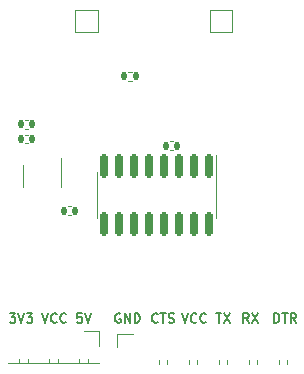
<source format=gbr>
%TF.GenerationSoftware,KiCad,Pcbnew,8.0.3*%
%TF.CreationDate,2024-07-14T10:18:13+10:00*%
%TF.ProjectId,USB-C to UART,5553422d-4320-4746-9f20-554152542e6b,rev?*%
%TF.SameCoordinates,Original*%
%TF.FileFunction,Legend,Top*%
%TF.FilePolarity,Positive*%
%FSLAX46Y46*%
G04 Gerber Fmt 4.6, Leading zero omitted, Abs format (unit mm)*
G04 Created by KiCad (PCBNEW 8.0.3) date 2024-07-14 10:18:13*
%MOMM*%
%LPD*%
G01*
G04 APERTURE LIST*
G04 Aperture macros list*
%AMRoundRect*
0 Rectangle with rounded corners*
0 $1 Rounding radius*
0 $2 $3 $4 $5 $6 $7 $8 $9 X,Y pos of 4 corners*
0 Add a 4 corners polygon primitive as box body*
4,1,4,$2,$3,$4,$5,$6,$7,$8,$9,$2,$3,0*
0 Add four circle primitives for the rounded corners*
1,1,$1+$1,$2,$3*
1,1,$1+$1,$4,$5*
1,1,$1+$1,$6,$7*
1,1,$1+$1,$8,$9*
0 Add four rect primitives between the rounded corners*
20,1,$1+$1,$2,$3,$4,$5,0*
20,1,$1+$1,$4,$5,$6,$7,0*
20,1,$1+$1,$6,$7,$8,$9,0*
20,1,$1+$1,$8,$9,$2,$3,0*%
G04 Aperture macros list end*
%ADD10C,0.150000*%
%ADD11C,0.120000*%
%ADD12RoundRect,0.140000X0.140000X0.170000X-0.140000X0.170000X-0.140000X-0.170000X0.140000X-0.170000X0*%
%ADD13RoundRect,0.135000X-0.135000X-0.185000X0.135000X-0.185000X0.135000X0.185000X-0.135000X0.185000X0*%
%ADD14R,0.650000X1.060000*%
%ADD15RoundRect,0.150000X-0.150000X0.825000X-0.150000X-0.825000X0.150000X-0.825000X0.150000X0.825000X0*%
%ADD16RoundRect,0.140000X-0.140000X-0.170000X0.140000X-0.170000X0.140000X0.170000X-0.140000X0.170000X0*%
%ADD17C,2.200000*%
%ADD18R,1.700000X1.700000*%
%ADD19O,1.700000X1.700000*%
%ADD20R,1.500000X1.500000*%
%ADD21R,0.300000X1.000000*%
%ADD22R,0.700000X1.150000*%
G04 APERTURE END LIST*
D10*
X79972969Y9861441D02*
X80468207Y9861441D01*
X80468207Y9861441D02*
X80201541Y9556679D01*
X80201541Y9556679D02*
X80315826Y9556679D01*
X80315826Y9556679D02*
X80392017Y9518584D01*
X80392017Y9518584D02*
X80430112Y9480489D01*
X80430112Y9480489D02*
X80468207Y9404298D01*
X80468207Y9404298D02*
X80468207Y9213822D01*
X80468207Y9213822D02*
X80430112Y9137632D01*
X80430112Y9137632D02*
X80392017Y9099536D01*
X80392017Y9099536D02*
X80315826Y9061441D01*
X80315826Y9061441D02*
X80087255Y9061441D01*
X80087255Y9061441D02*
X80011064Y9099536D01*
X80011064Y9099536D02*
X79972969Y9137632D01*
X80696779Y9861441D02*
X80963446Y9061441D01*
X80963446Y9061441D02*
X81230112Y9861441D01*
X81420588Y9861441D02*
X81915826Y9861441D01*
X81915826Y9861441D02*
X81649160Y9556679D01*
X81649160Y9556679D02*
X81763445Y9556679D01*
X81763445Y9556679D02*
X81839636Y9518584D01*
X81839636Y9518584D02*
X81877731Y9480489D01*
X81877731Y9480489D02*
X81915826Y9404298D01*
X81915826Y9404298D02*
X81915826Y9213822D01*
X81915826Y9213822D02*
X81877731Y9137632D01*
X81877731Y9137632D02*
X81839636Y9099536D01*
X81839636Y9099536D02*
X81763445Y9061441D01*
X81763445Y9061441D02*
X81534874Y9061441D01*
X81534874Y9061441D02*
X81458683Y9099536D01*
X81458683Y9099536D02*
X81420588Y9137632D01*
X89338207Y9823346D02*
X89262017Y9861441D01*
X89262017Y9861441D02*
X89147731Y9861441D01*
X89147731Y9861441D02*
X89033445Y9823346D01*
X89033445Y9823346D02*
X88957255Y9747156D01*
X88957255Y9747156D02*
X88919160Y9670965D01*
X88919160Y9670965D02*
X88881064Y9518584D01*
X88881064Y9518584D02*
X88881064Y9404298D01*
X88881064Y9404298D02*
X88919160Y9251917D01*
X88919160Y9251917D02*
X88957255Y9175727D01*
X88957255Y9175727D02*
X89033445Y9099536D01*
X89033445Y9099536D02*
X89147731Y9061441D01*
X89147731Y9061441D02*
X89223922Y9061441D01*
X89223922Y9061441D02*
X89338207Y9099536D01*
X89338207Y9099536D02*
X89376303Y9137632D01*
X89376303Y9137632D02*
X89376303Y9404298D01*
X89376303Y9404298D02*
X89223922Y9404298D01*
X89719160Y9061441D02*
X89719160Y9861441D01*
X89719160Y9861441D02*
X90176303Y9061441D01*
X90176303Y9061441D02*
X90176303Y9861441D01*
X90557255Y9061441D02*
X90557255Y9861441D01*
X90557255Y9861441D02*
X90747731Y9861441D01*
X90747731Y9861441D02*
X90862017Y9823346D01*
X90862017Y9823346D02*
X90938207Y9747156D01*
X90938207Y9747156D02*
X90976302Y9670965D01*
X90976302Y9670965D02*
X91014398Y9518584D01*
X91014398Y9518584D02*
X91014398Y9404298D01*
X91014398Y9404298D02*
X90976302Y9251917D01*
X90976302Y9251917D02*
X90938207Y9175727D01*
X90938207Y9175727D02*
X90862017Y9099536D01*
X90862017Y9099536D02*
X90747731Y9061441D01*
X90747731Y9061441D02*
X90557255Y9061441D01*
X94544874Y9861441D02*
X94811541Y9061441D01*
X94811541Y9061441D02*
X95078207Y9861441D01*
X95802017Y9137632D02*
X95763921Y9099536D01*
X95763921Y9099536D02*
X95649636Y9061441D01*
X95649636Y9061441D02*
X95573445Y9061441D01*
X95573445Y9061441D02*
X95459159Y9099536D01*
X95459159Y9099536D02*
X95382969Y9175727D01*
X95382969Y9175727D02*
X95344874Y9251917D01*
X95344874Y9251917D02*
X95306778Y9404298D01*
X95306778Y9404298D02*
X95306778Y9518584D01*
X95306778Y9518584D02*
X95344874Y9670965D01*
X95344874Y9670965D02*
X95382969Y9747156D01*
X95382969Y9747156D02*
X95459159Y9823346D01*
X95459159Y9823346D02*
X95573445Y9861441D01*
X95573445Y9861441D02*
X95649636Y9861441D01*
X95649636Y9861441D02*
X95763921Y9823346D01*
X95763921Y9823346D02*
X95802017Y9785251D01*
X96602017Y9137632D02*
X96563921Y9099536D01*
X96563921Y9099536D02*
X96449636Y9061441D01*
X96449636Y9061441D02*
X96373445Y9061441D01*
X96373445Y9061441D02*
X96259159Y9099536D01*
X96259159Y9099536D02*
X96182969Y9175727D01*
X96182969Y9175727D02*
X96144874Y9251917D01*
X96144874Y9251917D02*
X96106778Y9404298D01*
X96106778Y9404298D02*
X96106778Y9518584D01*
X96106778Y9518584D02*
X96144874Y9670965D01*
X96144874Y9670965D02*
X96182969Y9747156D01*
X96182969Y9747156D02*
X96259159Y9823346D01*
X96259159Y9823346D02*
X96373445Y9861441D01*
X96373445Y9861441D02*
X96449636Y9861441D01*
X96449636Y9861441D02*
X96563921Y9823346D01*
X96563921Y9823346D02*
X96602017Y9785251D01*
X86100112Y9861441D02*
X85719160Y9861441D01*
X85719160Y9861441D02*
X85681064Y9480489D01*
X85681064Y9480489D02*
X85719160Y9518584D01*
X85719160Y9518584D02*
X85795350Y9556679D01*
X85795350Y9556679D02*
X85985826Y9556679D01*
X85985826Y9556679D02*
X86062017Y9518584D01*
X86062017Y9518584D02*
X86100112Y9480489D01*
X86100112Y9480489D02*
X86138207Y9404298D01*
X86138207Y9404298D02*
X86138207Y9213822D01*
X86138207Y9213822D02*
X86100112Y9137632D01*
X86100112Y9137632D02*
X86062017Y9099536D01*
X86062017Y9099536D02*
X85985826Y9061441D01*
X85985826Y9061441D02*
X85795350Y9061441D01*
X85795350Y9061441D02*
X85719160Y9099536D01*
X85719160Y9099536D02*
X85681064Y9137632D01*
X86366779Y9861441D02*
X86633446Y9061441D01*
X86633446Y9061441D02*
X86900112Y9861441D01*
X92526303Y9137632D02*
X92488207Y9099536D01*
X92488207Y9099536D02*
X92373922Y9061441D01*
X92373922Y9061441D02*
X92297731Y9061441D01*
X92297731Y9061441D02*
X92183445Y9099536D01*
X92183445Y9099536D02*
X92107255Y9175727D01*
X92107255Y9175727D02*
X92069160Y9251917D01*
X92069160Y9251917D02*
X92031064Y9404298D01*
X92031064Y9404298D02*
X92031064Y9518584D01*
X92031064Y9518584D02*
X92069160Y9670965D01*
X92069160Y9670965D02*
X92107255Y9747156D01*
X92107255Y9747156D02*
X92183445Y9823346D01*
X92183445Y9823346D02*
X92297731Y9861441D01*
X92297731Y9861441D02*
X92373922Y9861441D01*
X92373922Y9861441D02*
X92488207Y9823346D01*
X92488207Y9823346D02*
X92526303Y9785251D01*
X92754874Y9861441D02*
X93212017Y9861441D01*
X92983445Y9061441D02*
X92983445Y9861441D01*
X93440588Y9099536D02*
X93554874Y9061441D01*
X93554874Y9061441D02*
X93745350Y9061441D01*
X93745350Y9061441D02*
X93821541Y9099536D01*
X93821541Y9099536D02*
X93859636Y9137632D01*
X93859636Y9137632D02*
X93897731Y9213822D01*
X93897731Y9213822D02*
X93897731Y9290013D01*
X93897731Y9290013D02*
X93859636Y9366203D01*
X93859636Y9366203D02*
X93821541Y9404298D01*
X93821541Y9404298D02*
X93745350Y9442394D01*
X93745350Y9442394D02*
X93592969Y9480489D01*
X93592969Y9480489D02*
X93516779Y9518584D01*
X93516779Y9518584D02*
X93478684Y9556679D01*
X93478684Y9556679D02*
X93440588Y9632870D01*
X93440588Y9632870D02*
X93440588Y9709060D01*
X93440588Y9709060D02*
X93478684Y9785251D01*
X93478684Y9785251D02*
X93516779Y9823346D01*
X93516779Y9823346D02*
X93592969Y9861441D01*
X93592969Y9861441D02*
X93783446Y9861441D01*
X93783446Y9861441D02*
X93897731Y9823346D01*
X102369160Y9061441D02*
X102369160Y9861441D01*
X102369160Y9861441D02*
X102559636Y9861441D01*
X102559636Y9861441D02*
X102673922Y9823346D01*
X102673922Y9823346D02*
X102750112Y9747156D01*
X102750112Y9747156D02*
X102788207Y9670965D01*
X102788207Y9670965D02*
X102826303Y9518584D01*
X102826303Y9518584D02*
X102826303Y9404298D01*
X102826303Y9404298D02*
X102788207Y9251917D01*
X102788207Y9251917D02*
X102750112Y9175727D01*
X102750112Y9175727D02*
X102673922Y9099536D01*
X102673922Y9099536D02*
X102559636Y9061441D01*
X102559636Y9061441D02*
X102369160Y9061441D01*
X103054874Y9861441D02*
X103512017Y9861441D01*
X103283445Y9061441D02*
X103283445Y9861441D01*
X104235827Y9061441D02*
X103969160Y9442394D01*
X103778684Y9061441D02*
X103778684Y9861441D01*
X103778684Y9861441D02*
X104083446Y9861441D01*
X104083446Y9861441D02*
X104159636Y9823346D01*
X104159636Y9823346D02*
X104197731Y9785251D01*
X104197731Y9785251D02*
X104235827Y9709060D01*
X104235827Y9709060D02*
X104235827Y9594775D01*
X104235827Y9594775D02*
X104197731Y9518584D01*
X104197731Y9518584D02*
X104159636Y9480489D01*
X104159636Y9480489D02*
X104083446Y9442394D01*
X104083446Y9442394D02*
X103778684Y9442394D01*
X82704874Y9861441D02*
X82971541Y9061441D01*
X82971541Y9061441D02*
X83238207Y9861441D01*
X83962017Y9137632D02*
X83923921Y9099536D01*
X83923921Y9099536D02*
X83809636Y9061441D01*
X83809636Y9061441D02*
X83733445Y9061441D01*
X83733445Y9061441D02*
X83619159Y9099536D01*
X83619159Y9099536D02*
X83542969Y9175727D01*
X83542969Y9175727D02*
X83504874Y9251917D01*
X83504874Y9251917D02*
X83466778Y9404298D01*
X83466778Y9404298D02*
X83466778Y9518584D01*
X83466778Y9518584D02*
X83504874Y9670965D01*
X83504874Y9670965D02*
X83542969Y9747156D01*
X83542969Y9747156D02*
X83619159Y9823346D01*
X83619159Y9823346D02*
X83733445Y9861441D01*
X83733445Y9861441D02*
X83809636Y9861441D01*
X83809636Y9861441D02*
X83923921Y9823346D01*
X83923921Y9823346D02*
X83962017Y9785251D01*
X84762017Y9137632D02*
X84723921Y9099536D01*
X84723921Y9099536D02*
X84609636Y9061441D01*
X84609636Y9061441D02*
X84533445Y9061441D01*
X84533445Y9061441D02*
X84419159Y9099536D01*
X84419159Y9099536D02*
X84342969Y9175727D01*
X84342969Y9175727D02*
X84304874Y9251917D01*
X84304874Y9251917D02*
X84266778Y9404298D01*
X84266778Y9404298D02*
X84266778Y9518584D01*
X84266778Y9518584D02*
X84304874Y9670965D01*
X84304874Y9670965D02*
X84342969Y9747156D01*
X84342969Y9747156D02*
X84419159Y9823346D01*
X84419159Y9823346D02*
X84533445Y9861441D01*
X84533445Y9861441D02*
X84609636Y9861441D01*
X84609636Y9861441D02*
X84723921Y9823346D01*
X84723921Y9823346D02*
X84762017Y9785251D01*
X97444874Y9861441D02*
X97902017Y9861441D01*
X97673445Y9061441D02*
X97673445Y9861441D01*
X98092493Y9861441D02*
X98625827Y9061441D01*
X98625827Y9861441D02*
X98092493Y9061441D01*
X100236303Y9061441D02*
X99969636Y9442394D01*
X99779160Y9061441D02*
X99779160Y9861441D01*
X99779160Y9861441D02*
X100083922Y9861441D01*
X100083922Y9861441D02*
X100160112Y9823346D01*
X100160112Y9823346D02*
X100198207Y9785251D01*
X100198207Y9785251D02*
X100236303Y9709060D01*
X100236303Y9709060D02*
X100236303Y9594775D01*
X100236303Y9594775D02*
X100198207Y9518584D01*
X100198207Y9518584D02*
X100160112Y9480489D01*
X100160112Y9480489D02*
X100083922Y9442394D01*
X100083922Y9442394D02*
X99779160Y9442394D01*
X100502969Y9861441D02*
X101036303Y9061441D01*
X101036303Y9861441D02*
X100502969Y9061441D01*
D11*
%TO.C,C3*%
X81537836Y24970000D02*
X81322164Y24970000D01*
X81537836Y24250000D02*
X81322164Y24250000D01*
%TO.C,R1*%
X90026359Y30310000D02*
X90333641Y30310000D01*
X90026359Y29550000D02*
X90333641Y29550000D01*
%TO.C,U2*%
X81080000Y22400000D02*
X81080000Y20600000D01*
X84300000Y20600000D02*
X84300000Y23050000D01*
%TO.C,U1*%
X87370000Y19860000D02*
X87370000Y21810000D01*
X87370000Y19860000D02*
X87370000Y17910000D01*
X97490000Y19860000D02*
X97490000Y23310000D01*
X97490000Y19860000D02*
X97490000Y17910000D01*
%TO.C,C4*%
X84952164Y18910000D02*
X85167836Y18910000D01*
X84952164Y18190000D02*
X85167836Y18190000D01*
%TO.C,C1*%
X81537836Y26220000D02*
X81322164Y26220000D01*
X81537836Y25500000D02*
X81322164Y25500000D01*
%TO.C,J1*%
X89100000Y8110000D02*
X90430000Y8110000D01*
X89100000Y7000000D02*
X89100000Y8110000D01*
X92610000Y5540000D02*
X92610000Y5950000D01*
X93330000Y5540000D02*
X93330000Y5950000D01*
X95150000Y5540000D02*
X95150000Y5950000D01*
X95870000Y5540000D02*
X95870000Y5950000D01*
X97690000Y5540000D02*
X97690000Y5950000D01*
X98410000Y5540000D02*
X98410000Y5950000D01*
X100230000Y5540000D02*
X100230000Y5950000D01*
X100950000Y5540000D02*
X100950000Y5950000D01*
X102770000Y5540000D02*
X102770000Y5950000D01*
X103490000Y5540000D02*
X103490000Y5950000D01*
%TO.C,JP1*%
X80790000Y6037071D02*
X80790000Y5640000D01*
X81550000Y6037071D02*
X81550000Y5640000D01*
X83330000Y6037071D02*
X83330000Y5640000D01*
X84090000Y6037071D02*
X84090000Y5640000D01*
X85870000Y5970000D02*
X85870000Y5640000D01*
X86250000Y8350000D02*
X87520000Y8350000D01*
X86630000Y5970000D02*
X86630000Y5640000D01*
X87520000Y8350000D02*
X87520000Y7080000D01*
X87580000Y5640000D02*
X79840000Y5640000D01*
%TO.C,TP3*%
X96930000Y35560000D02*
X98830000Y35560000D01*
X96930000Y33660000D02*
X96930000Y35560000D01*
X98830000Y35560000D02*
X98830000Y33660000D01*
X98830000Y33660000D02*
X96930000Y33660000D01*
%TO.C,C2*%
X93592164Y24420000D02*
X93807836Y24420000D01*
X93592164Y23700000D02*
X93807836Y23700000D01*
%TO.C,TP1*%
X85530000Y35560000D02*
X87430000Y35560000D01*
X85530000Y33660000D02*
X85530000Y35560000D01*
X87430000Y35560000D02*
X87430000Y33660000D01*
X87430000Y33660000D02*
X85530000Y33660000D01*
%TD*%
%LPC*%
D12*
%TO.C,C3*%
X81910000Y24610000D03*
X80950000Y24610000D03*
%TD*%
D13*
%TO.C,R1*%
X89670000Y29930000D03*
X90690000Y29930000D03*
%TD*%
D14*
%TO.C,U2*%
X83640000Y22600000D03*
X82690000Y22600000D03*
X81740000Y22600000D03*
X81740000Y20400000D03*
X83640000Y20400000D03*
%TD*%
D15*
%TO.C,U1*%
X96875000Y22335000D03*
X95605000Y22335000D03*
X94335000Y22335000D03*
X93065000Y22335000D03*
X91795000Y22335000D03*
X90525000Y22335000D03*
X89255000Y22335000D03*
X87985000Y22335000D03*
X87985000Y17385000D03*
X89255000Y17385000D03*
X90525000Y17385000D03*
X91795000Y17385000D03*
X93065000Y17385000D03*
X94335000Y17385000D03*
X95605000Y17385000D03*
X96875000Y17385000D03*
%TD*%
D16*
%TO.C,C4*%
X84580000Y18550000D03*
X85540000Y18550000D03*
%TD*%
D17*
%TO.C,H1*%
X80880000Y13610000D03*
%TD*%
D12*
%TO.C,C1*%
X81910000Y25860000D03*
X80950000Y25860000D03*
%TD*%
D18*
%TO.C,J1*%
X90430000Y7000000D03*
D19*
X92970000Y7000000D03*
X95510000Y7000000D03*
X98050000Y7000000D03*
X100590000Y7000000D03*
X103130000Y7000000D03*
%TD*%
D18*
%TO.C,JP1*%
X86250000Y7080000D03*
D19*
X83710000Y7080000D03*
X81170000Y7080000D03*
%TD*%
D20*
%TO.C,TP3*%
X97880000Y34610000D03*
%TD*%
D16*
%TO.C,C2*%
X93220000Y24060000D03*
X94180000Y24060000D03*
%TD*%
D20*
%TO.C,TP1*%
X86480000Y34610000D03*
%TD*%
D17*
%TO.C,H2*%
X103480000Y13610000D03*
%TD*%
D21*
%TO.C,P1*%
X89430000Y33570000D03*
X89930000Y33570000D03*
X90430000Y33570000D03*
X90930000Y33570000D03*
X91430000Y33570000D03*
X91930000Y33570000D03*
X92430000Y33570000D03*
X92930000Y33570000D03*
X93430000Y33570000D03*
X93930000Y33570000D03*
X94430000Y33570000D03*
X94930000Y33570000D03*
D22*
X88760000Y32730000D03*
%TD*%
%LPD*%
M02*

</source>
